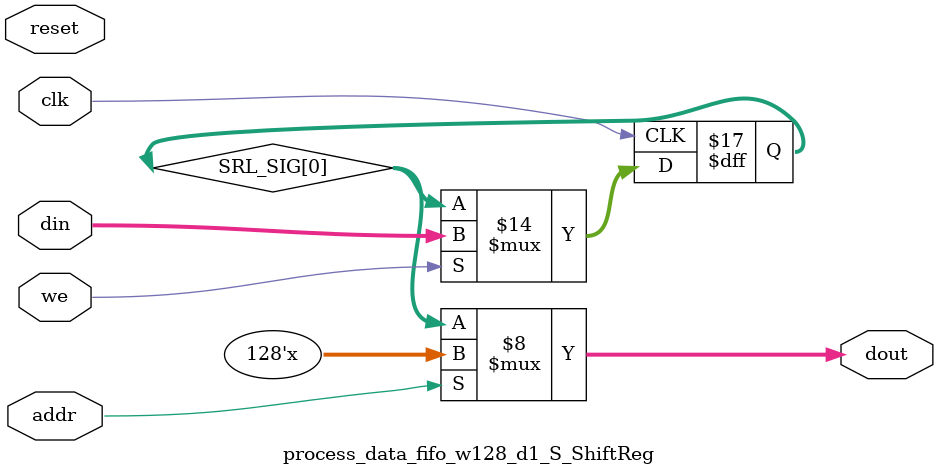
<source format=v>

`timescale 1 ns / 1 ps


module process_data_fifo_w128_d1_S
#(parameter
    MEM_STYLE   = "shiftReg",
    DATA_WIDTH  = 128,
    ADDR_WIDTH  = 1,
    DEPTH       = 1)
(
    // system signal
    input  wire                  clk,
    input  wire                  reset,

    // write
    output wire                  if_full_n,
    input  wire                  if_write_ce,
    input  wire                  if_write,
    input  wire [DATA_WIDTH-1:0] if_din,
    
    // read 
    output wire [ADDR_WIDTH:0]   if_num_data_valid, // for FRP
    output wire [ADDR_WIDTH:0]   if_fifo_cap,       // for FRP
    output wire                  if_empty_n,
    input  wire                  if_read_ce,
    input  wire                  if_read,
    output wire [DATA_WIDTH-1:0] if_dout
);
//------------------------Parameter----------------------

//------------------------Local signal-------------------
    wire [ADDR_WIDTH-1:0]     addr;
    wire                      push;
    wire                      pop;
    reg signed [ADDR_WIDTH:0] mOutPtr;
    reg                       empty_n = 1'b0;
    reg                       full_n  = 1'b1;
    // with almost full?  no 
    // has output register?  no 
//------------------------Instantiation------------------
    process_data_fifo_w128_d1_S_ShiftReg 
    #(  .DATA_WIDTH (DATA_WIDTH),
        .ADDR_WIDTH (ADDR_WIDTH),
        .DEPTH      (DEPTH))
    U_process_data_fifo_w128_d1_S_ShiftReg (
        .clk        (clk),
        .reset      (reset),
        .we         (push),
        .addr       (addr),
        .din        (if_din),
        .dout       (if_dout)
    );
//------------------------Task and function--------------

//------------------------Body---------------------------
    // has num_data_valid ? 
    assign if_num_data_valid = mOutPtr + 1'b1; // yes
    assign if_fifo_cap = DEPTH; // yes  

    // has almost full ? 
    assign if_full_n  = full_n; //no 
    assign push       = full_n & if_write_ce & if_write;

    // has output register? 
    assign if_empty_n = empty_n;  // no
    assign pop        = empty_n & if_read_ce & if_read; // no 

    assign addr       = mOutPtr[ADDR_WIDTH] == 1'b0 ? mOutPtr[ADDR_WIDTH-1:0] : {ADDR_WIDTH{1'b0}};

    // mOutPtr
    always @(posedge clk) begin
        if (reset == 1'b1)
            mOutPtr <= {ADDR_WIDTH+1{1'b1}};
        else if (push & ~pop)
            mOutPtr <= mOutPtr + 1'b1;
        else if (~push & pop)
            mOutPtr <= mOutPtr - 1'b1;
    end

    // full_n
    always @(posedge clk) begin
        if (reset == 1'b1)
            full_n <= 1'b1;
        else if (push & ~pop) begin
            if (mOutPtr == DEPTH - 2)
                full_n <= 1'b0;
        end
        else if (~push & pop)
            full_n <= 1'b1;
    end

    // almost_full_n 

    // empty_n
    always @(posedge clk) begin
        if (reset == 1'b1)
            empty_n <= 1'b0;
        else if (push & ~pop)
            empty_n <= 1'b1;
        else if (~push & pop) begin
            if (mOutPtr == 0)
                empty_n <= 1'b0;
        end
    end
 
    // num_data_valid 

    // dout_vld 

endmodule  


module process_data_fifo_w128_d1_S_ShiftReg
#(parameter
    DATA_WIDTH  = 128,
    ADDR_WIDTH  = 1,
    DEPTH       = 1)
(
    input  wire                  clk,
    input  wire                  reset,
    input  wire                  we,
    input  wire [ADDR_WIDTH-1:0] addr,
    input  wire [DATA_WIDTH-1:0] din,
    //output register? 
    output wire [DATA_WIDTH-1:0] dout // no 
);

    reg [DATA_WIDTH-1:0] SRL_SIG [0:DEPTH-1];
    integer i;

    always @ (posedge clk) begin
        if (we) begin
            for (i=0; i<DEPTH-1; i=i+1)
                SRL_SIG[i+1] <= SRL_SIG[i];
            SRL_SIG[0] <= din;
        end
    end

    //read from SRL, output register? 
    assign dout = SRL_SIG[addr];// no 

endmodule

</source>
